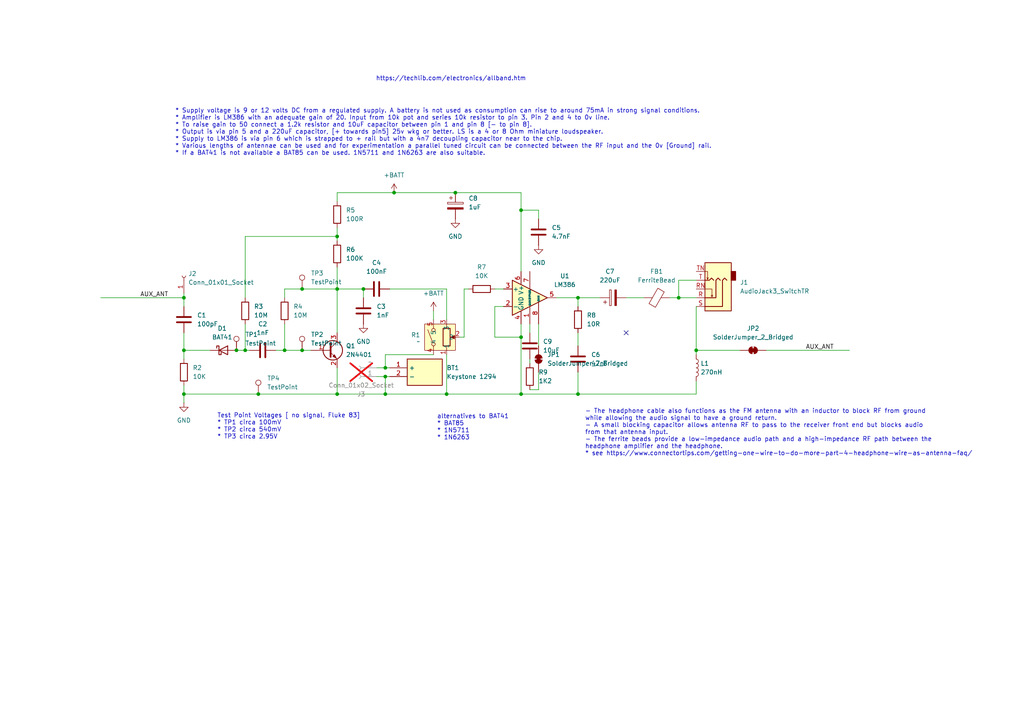
<source format=kicad_sch>
(kicad_sch (version 20231120) (generator "eeschema") (generator_version "8.0")
  (paper "A4")
  (lib_symbols
    (symbol "Amplifier_Audio:LM386" (pin_names (offset 0.127))
      (property "Reference" "U" (at 1.27 7.62 0))
      (property "Value" "LM386" (at 1.27 5.08 0))
      (symbol "LM386_0_1"
        (polyline (pts (xy 5.08 0) (xy -5.08 5.08) (xy -5.08 -5.08) (xy 5.08 0)) (stroke (width 0.254)) (fill (type background)))
      )
      (symbol "LM386_1_1"
        (pin input line (at 0 -7.62 90) (length 5.08) (name "GAIN") (number "1"))
        (pin input line (at -7.62 -2.54 0) (length 2.54) (name "-") (number "2"))
        (pin input line (at -7.62 2.54 0) (length 2.54) (name "+") (number "3"))
        (pin power_in line (at -2.54 -7.62 90) (length 3.81) (name "GND") (number "4"))
        (pin output line (at 7.62 0 180) (length 2.54) (name "~") (number "5"))
        (pin power_in line (at -2.54 7.62 270) (length 3.81) (name "V+") (number "6"))
        (pin input line (at 0 7.62 270) (length 5.08) (name "BYPASS") (number "7"))
        (pin input line (at 2.54 -7.62 90) (length 6.35) (name "GAIN") (number "8"))
      )
    )
    (symbol "Connector:Conn_01x01_Socket" (pin_names (offset 1.016) hide)
      (property "Reference" "J" (at 0 2.54 0))
      (property "Value" "Conn_01x01_Socket" (at 0 -2.54 0))
      (symbol "Conn_01x01_Socket_1_1"
        (polyline (pts (xy -1.27 0) (xy -0.508 0)) (stroke (width 0.1524)))
        (arc (start 0 0.508) (mid -0.5058 0) (end 0 -0.508) (stroke (width 0.1524)))
        (pin passive line (at -5.08 0 0) (length 3.81) (name "Pin_1") (number "1"))
      )
    )
    (symbol "Connector:Conn_01x02_Socket" (pin_names (offset 1.016) hide)
      (property "Reference" "J" (at 0 2.54 0))
      (property "Value" "Conn_01x02_Socket" (at 0 -5.08 0))
      (symbol "Conn_01x02_Socket_1_1"
        (arc (start 0 -2.032) (mid -0.5058 -2.54) (end 0 -3.048) (stroke (width 0.1524)))
        (polyline (pts (xy -1.27 -2.54) (xy -0.508 -2.54)) (stroke (width 0.1524)))
        (polyline (pts (xy -1.27 0) (xy -0.508 0)) (stroke (width 0.1524)))
        (arc (start 0 0.508) (mid -0.5058 0) (end 0 -0.508) (stroke (width 0.1524)))
        (pin passive line (at -5.08 0 0) (length 3.81) (name "Pin_1") (number "1"))
        (pin passive line (at -5.08 -2.54 0) (length 3.81) (name "Pin_2") (number "2"))
      )
    )
    (symbol "Connector:TestPoint" (pin_numbers hide) (pin_names (offset 0.762) hide)
      (property "Reference" "TP" (at 0 6.858 0))
      (property "Value" "TestPoint" (at 0 5.08 0))
      (symbol "TestPoint_0_1"
        (circle (center 0 3.302) (radius 0.762))
      )
      (symbol "TestPoint_1_1"
        (pin passive line (at 0 0 90) (length 2.54) (name "1") (number "1"))
      )
    )
    (symbol "Connector_Audio:AudioJack3_SwitchTR"
      (property "Reference" "J" (at 0 8.89 0))
      (property "Value" "AudioJack3_SwitchTR" (at 0 6.35 0))
      (symbol "AudioJack3_SwitchTR_0_1"
        (rectangle (start -5.08 -5.08) (end -6.35 -7.62) (stroke (width 0.254)) (fill (type outline)))
        (polyline (pts (xy 0.508 -0.254) (xy 0.762 -0.762)))
        (polyline (pts (xy 1.778 -5.334) (xy 2.032 -5.842)))
        (polyline (pts (xy 0 -5.08) (xy 0.635 -5.715) (xy 1.27 -5.08) (xy 2.54 -5.08)) (stroke (width 0.254)))
        (polyline (pts (xy 2.54 -7.62) (xy 1.778 -7.62) (xy 1.778 -5.334) (xy 1.524 -5.842)))
        (polyline (pts (xy 2.54 -2.54) (xy 0.508 -2.54) (xy 0.508 -0.254) (xy 0.254 -0.762)))
        (polyline (pts (xy -1.905 -5.08) (xy -1.27 -5.715) (xy -0.635 -5.08) (xy -0.635 0) (xy 2.54 0)) (stroke (width 0.254)))
        (polyline (pts (xy 2.54 2.54) (xy -2.54 2.54) (xy -2.54 -5.08) (xy -3.175 -5.715) (xy -3.81 -5.08)) (stroke (width 0.254)))
        (rectangle (start 2.54 3.81) (end -5.08 -10.16) (stroke (width 0.254)) (fill (type background)))
      )
      (symbol "AudioJack3_SwitchTR_1_1"
        (pin passive line (at 5.08 0 180) (length 2.54) (name "~") (number "R"))
        (pin passive line (at 5.08 -2.54 180) (length 2.54) (name "~") (number "RN"))
        (pin passive line (at 5.08 2.54 180) (length 2.54) (name "~") (number "S"))
        (pin passive line (at 5.08 -5.08 180) (length 2.54) (name "~") (number "T"))
        (pin passive line (at 5.08 -7.62 180) (length 2.54) (name "~") (number "TN"))
      )
    )
    (symbol "Device:C" (pin_numbers hide) (pin_names (offset 0.254))
      (property "Reference" "C" (at 0.635 2.54 0))
      (property "Value" "C" (at 0.635 -2.54 0))
      (symbol "C_0_1"
        (polyline (pts (xy -2.032 -0.762) (xy 2.032 -0.762)) (stroke (width 0.508)))
        (polyline (pts (xy -2.032 0.762) (xy 2.032 0.762)) (stroke (width 0.508)))
      )
      (symbol "C_1_1"
        (pin passive line (at 0 3.81 270) (length 2.794) (name "~") (number "1"))
        (pin passive line (at 0 -3.81 90) (length 2.794) (name "~") (number "2"))
      )
    )
    (symbol "Device:C_Polarized" (pin_numbers hide) (pin_names (offset 0.254))
      (property "Reference" "C" (at 0.635 2.54 0))
      (property "Value" "C_Polarized" (at 0.635 -2.54 0))
      (symbol "C_Polarized_0_1"
        (rectangle (start -2.286 0.508) (end 2.286 1.016))
        (polyline (pts (xy -1.778 2.286) (xy -0.762 2.286)))
        (polyline (pts (xy -1.27 2.794) (xy -1.27 1.778)))
        (rectangle (start 2.286 -0.508) (end -2.286 -1.016) (fill (type outline)))
      )
      (symbol "C_Polarized_1_1"
        (pin passive line (at 0 3.81 270) (length 2.794) (name "~") (number "1"))
        (pin passive line (at 0 -3.81 90) (length 2.794) (name "~") (number "2"))
      )
    )
    (symbol "Device:D_Schottky" (pin_numbers hide) (pin_names (offset 1.016) hide)
      (property "Reference" "D" (at 0 2.54 0))
      (property "Value" "D_Schottky" (at 0 -2.54 0))
      (symbol "D_Schottky_0_1"
        (polyline (pts (xy 1.27 0) (xy -1.27 0)))
        (polyline (pts (xy 1.27 1.27) (xy 1.27 -1.27) (xy -1.27 0) (xy 1.27 1.27)) (stroke (width 0.254)))
        (polyline (pts (xy -1.905 0.635) (xy -1.905 1.27) (xy -1.27 1.27) (xy -1.27 -1.27) (xy -0.635 -1.27) (xy -0.635 -0.635)) (stroke (width 0.254)))
      )
      (symbol "D_Schottky_1_1"
        (pin passive line (at -3.81 0 0) (length 2.54) (name "K") (number "1"))
        (pin passive line (at 3.81 0 180) (length 2.54) (name "A") (number "2"))
      )
    )
    (symbol "Device:FerriteBead" (pin_numbers hide) (pin_names (offset 0))
      (property "Reference" "FB" (at -3.81 0.635 90))
      (property "Value" "FerriteBead" (at 3.81 0 90))
      (symbol "FerriteBead_0_1"
        (polyline (pts (xy 0 -1.27) (xy 0 -1.2192)))
        (polyline (pts (xy 0 1.27) (xy 0 1.2954)))
        (polyline (pts (xy -2.7686 0.4064) (xy -1.7018 2.2606) (xy 2.7686 -0.3048) (xy 1.6764 -2.159) (xy -2.7686 0.4064)))
      )
      (symbol "FerriteBead_1_1"
        (pin passive line (at 0 3.81 270) (length 2.54) (name "~") (number "1"))
        (pin passive line (at 0 -3.81 90) (length 2.54) (name "~") (number "2"))
      )
    )
    (symbol "Device:L" (pin_numbers hide) (pin_names (offset 1.016) hide)
      (property "Reference" "L" (at -1.27 0 90))
      (property "Value" "L" (at 1.905 0 90))
      (symbol "L_0_1"
        (arc (start 0 -2.54) (mid 0.6323 -1.905) (end 0 -1.27))
        (arc (start 0 -1.27) (mid 0.6323 -0.635) (end 0 0))
        (arc (start 0 0) (mid 0.6323 0.635) (end 0 1.27))
        (arc (start 0 1.27) (mid 0.6323 1.905) (end 0 2.54))
      )
      (symbol "L_1_1"
        (pin passive line (at 0 3.81 270) (length 1.27) (name "1") (number "1"))
        (pin passive line (at 0 -3.81 90) (length 1.27) (name "2") (number "2"))
      )
    )
    (symbol "Device:Q_NPN_BEC" (pin_names (offset 0) hide)
      (property "Reference" "Q" (at 5.08 1.27 0))
      (property "Value" "Q_NPN_BEC" (at 5.08 -1.27 0))
      (symbol "Q_NPN_BEC_0_1"
        (polyline (pts (xy 0.635 0.635) (xy 2.54 2.54)))
        (polyline (pts (xy 0.635 -0.635) (xy 2.54 -2.54) (xy 2.54 -2.54)))
        (polyline (pts (xy 0.635 1.905) (xy 0.635 -1.905) (xy 0.635 -1.905)) (stroke (width 0.508)))
        (polyline (pts (xy 1.27 -1.778) (xy 1.778 -1.27) (xy 2.286 -2.286) (xy 1.27 -1.778) (xy 1.27 -1.778)) (fill (type outline)))
        (circle (center 1.27 0) (radius 2.8194) (stroke (width 0.254)))
      )
      (symbol "Q_NPN_BEC_1_1"
        (pin input line (at -5.08 0 0) (length 5.715) (name "B") (number "1"))
        (pin passive line (at 2.54 -5.08 90) (length 2.54) (name "E") (number "2"))
        (pin passive line (at 2.54 5.08 270) (length 2.54) (name "C") (number "3"))
      )
    )
    (symbol "Device:R" (pin_numbers hide) (pin_names (offset 0))
      (property "Reference" "R" (at 2.032 0 90))
      (property "Value" "R" (at 0 0 90))
      (symbol "R_0_1"
        (rectangle (start -1.016 -2.54) (end 1.016 2.54) (stroke (width 0.254)))
      )
      (symbol "R_1_1"
        (pin passive line (at 0 3.81 270) (length 1.27) (name "~") (number "1"))
        (pin passive line (at 0 -3.81 90) (length 1.27) (name "~") (number "2"))
      )
    )
    (symbol "Jumper:SolderJumper_2_Bridged" (pin_numbers hide) (pin_names (offset 0) hide) (exclude_from_sim yes) (in_bom no)
      (property "Reference" "JP" (at 0 2.032 0))
      (property "Value" "SolderJumper_2_Bridged" (at 0 -2.54 0))
      (symbol "SolderJumper_2_Bridged_0_1"
        (rectangle (start -0.508 0.508) (end 0.508 -0.508) (fill (type outline)))
        (arc (start -0.254 1.016) (mid -1.2656 0) (end -0.254 -1.016))
        (arc (start -0.254 1.016) (mid -1.2656 0) (end -0.254 -1.016) (fill (type outline)))
        (polyline (pts (xy -0.254 1.016) (xy -0.254 -1.016)))
        (polyline (pts (xy 0.254 1.016) (xy 0.254 -1.016)))
        (arc (start 0.254 -1.016) (mid 1.2656 0) (end 0.254 1.016))
        (arc (start 0.254 -1.016) (mid 1.2656 0) (end 0.254 1.016) (fill (type outline)))
      )
      (symbol "SolderJumper_2_Bridged_1_1"
        (pin passive line (at -3.81 0 0) (length 2.54) (name "A") (number "1"))
        (pin passive line (at 3.81 0 180) (length 2.54) (name "B") (number "2"))
      )
    )
    (symbol "easyeda2kicad:Keystone 1294"
      (property "Reference" "BT" (at 16.51 7.62 0))
      (property "Value" "Keystone 1294" (at 16.51 5.08 0))
      (symbol "Keystone 1294_1_1"
        (rectangle (start 5.08 2.54) (end 15.24 -5.08) (stroke (width 0.254)) (fill (type background)))
        (pin passive line (at 0 0 0) (length 5.08) (name "+") (number "1"))
        (pin passive line (at 0 -2.54 0) (length 5.08) (name "-") (number "2"))
      )
    )
    (symbol "easyeda2kicad:P031S"
      (property "Reference" "R" (at 0 0.762 0))
      (symbol "P031S_0_1"
        (circle (center -0.762 -2.54) (radius 0.508))
        (polyline (pts (xy -2.54 -6.35) (xy -1.27 -6.35)))
        (polyline (pts (xy -0.254 -2.286) (xy 3.429 -0.889)))
        (polyline (pts (xy 1.27 -8.89) (xy 1.27 -7.874)))
        (polyline (pts (xy 5.08 -6.35) (xy 3.81 -6.35)))
        (polyline (pts (xy 1.27 -7.493) (xy 1.778 -8.636) (xy 0.762 -8.636) (xy 1.27 -7.493)) (fill (type outline)))
        (circle (center 3.302 -2.54) (radius 0.508))
        (rectangle (start 3.81 -5.334) (end -1.27 -7.366) (stroke (width 0.254)))
      )
      (symbol "P031S_1_1"
        (rectangle (start -2.54 0) (end 5.08 -8.89) (fill (type background)))
        (pin passive line (at -3.81 -6.35 0) (length 1.27) (name "1") (number "1"))
        (pin passive line (at 1.27 -10.16 90) (length 1.27) (name "2") (number "2"))
        (pin passive line (at 6.35 -6.35 180) (length 1.27) (name "3") (number "3"))
        (pin passive line (at -3.81 -2.54 0) (length 2.54) (name "4") (number "4"))
        (pin passive line (at 6.35 -2.54 180) (length 2.54) (name "5") (number "5"))
      )
    )
    (symbol "power:+BATT" (power) (pin_names (offset 0))
      (property "Value" "+BATT" (at 0 3.556 0))
      (symbol "+BATT_0_1"
        (polyline (pts (xy -0.762 1.27) (xy 0 2.54)))
        (polyline (pts (xy 0 0) (xy 0 2.54)))
        (polyline (pts (xy 0 2.54) (xy 0.762 1.27)))
      )
      (symbol "+BATT_1_1"
        (pin power_in line (at 0 0 90) (length 0) hide (name "+BATT") (number "1"))
      )
    )
    (symbol "power:GND" (power) (pin_numbers hide) (pin_names (offset 0) hide)
      (property "Value" "GND" (at 0 -3.81 0))
      (symbol "GND_0_1"
        (polyline (pts (xy 0 0) (xy 0 -1.27) (xy 1.27 -1.27) (xy 0 -2.54) (xy -1.27 -1.27) (xy 0 -1.27)))
      )
      (symbol "GND_1_1"
        (pin power_in line (at 0 0 270) (length 0) (name "~") (number "1"))
      )
    )
  )
  (junction (at 167.64 114.3))
  (junction (at 201.93 101.6))
  (junction (at 53.34 86.36))
  (junction (at 87.63 101.6))
  (junction (at 53.34 114.3))
  (junction (at 167.64 86.36))
  (junction (at 97.79 114.3))
  (junction (at 111.76 109.22))
  (junction (at 68.58 101.6))
  (junction (at 111.76 114.3))
  (junction (at 151.13 60.96))
  (junction (at 74.93 114.3))
  (junction (at 196.85 86.36))
  (junction (at 71.12 101.6))
  (junction (at 105.41 83.82))
  (junction (at 82.55 101.6))
  (junction (at 97.79 68.58))
  (junction (at 151.13 114.3))
  (junction (at 97.79 83.82))
  (junction (at 151.13 97.79))
  (junction (at 132.08 55.88))
  (junction (at 114.3 55.88))
  (junction (at 129.54 114.3))
  (junction (at 87.63 83.82))
  (junction (at 53.34 101.6))
  (junction (at 111.76 106.68))
  (no_connect (at 181.61 96.52))
  (wire (pts (xy 129.54 102.87) (xy 129.54 114.3)))
  (wire (pts (xy 87.63 83.82) (xy 82.55 83.82)))
  (wire (pts (xy 111.76 109.22) (xy 113.03 109.22)))
  (wire (pts (xy 167.64 107.95) (xy 167.64 114.3)))
  (wire (pts (xy 53.34 101.6) (xy 60.96 101.6)))
  (wire (pts (xy 111.76 114.3) (xy 129.54 114.3)))
  (wire (pts (xy 143.51 88.9) (xy 143.51 97.79)))
  (wire (pts (xy 143.51 97.79) (xy 151.13 97.79)))
  (wire (pts (xy 156.21 60.96) (xy 151.13 60.96)))
  (wire (pts (xy 97.79 106.68) (xy 97.79 114.3)))
  (wire (pts (xy 53.34 114.3) (xy 53.34 116.84)))
  (wire (pts (xy 97.79 114.3) (xy 74.93 114.3)))
  (wire (pts (xy 71.12 93.98) (xy 71.12 101.6)))
  (wire (pts (xy 29.21 86.36) (xy 53.34 86.36)))
  (wire (pts (xy 196.85 86.36) (xy 196.85 81.28)))
  (wire (pts (xy 194.31 86.36) (xy 196.85 86.36)))
  (wire (pts (xy 201.93 88.9) (xy 201.93 101.6)))
  (wire (pts (xy 151.13 97.79) (xy 151.13 114.3)))
  (wire (pts (xy 71.12 86.36) (xy 71.12 68.58)))
  (wire (pts (xy 109.22 106.68) (xy 111.76 106.68)))
  (wire (pts (xy 111.76 106.68) (xy 113.03 106.68)))
  (wire (pts (xy 82.55 83.82) (xy 82.55 86.36)))
  (wire (pts (xy 196.85 86.36) (xy 201.93 86.36)))
  (wire (pts (xy 74.93 114.3) (xy 53.34 114.3)))
  (wire (pts (xy 181.61 86.36) (xy 186.69 86.36)))
  (wire (pts (xy 71.12 101.6) (xy 72.39 101.6)))
  (wire (pts (xy 156.21 63.5) (xy 156.21 60.96)))
  (wire (pts (xy 125.73 90.17) (xy 125.73 92.71)))
  (wire (pts (xy 113.03 83.82) (xy 129.54 83.82)))
  (wire (pts (xy 151.13 60.96) (xy 151.13 55.88)))
  (wire (pts (xy 167.64 96.52) (xy 167.64 100.33)))
  (wire (pts (xy 105.41 86.36) (xy 105.41 83.82)))
  (wire (pts (xy 222.25 101.6) (xy 246.38 101.6)))
  (wire (pts (xy 53.34 86.36) (xy 53.34 88.9)))
  (wire (pts (xy 134.62 83.82) (xy 134.62 97.79)))
  (wire (pts (xy 71.12 68.58) (xy 97.79 68.58)))
  (wire (pts (xy 151.13 55.88) (xy 132.08 55.88)))
  (wire (pts (xy 97.79 55.88) (xy 97.79 58.42)))
  (wire (pts (xy 151.13 78.74) (xy 151.13 60.96)))
  (wire (pts (xy 111.76 106.68) (xy 111.76 102.87)))
  (wire (pts (xy 87.63 101.6) (xy 90.17 101.6)))
  (wire (pts (xy 114.3 55.88) (xy 97.79 55.88)))
  (wire (pts (xy 80.01 101.6) (xy 82.55 101.6)))
  (wire (pts (xy 134.62 97.79) (xy 133.35 97.79)))
  (wire (pts (xy 151.13 93.98) (xy 151.13 97.79)))
  (wire (pts (xy 82.55 93.98) (xy 82.55 101.6)))
  (wire (pts (xy 97.79 96.52) (xy 97.79 83.82)))
  (wire (pts (xy 82.55 101.6) (xy 87.63 101.6)))
  (wire (pts (xy 167.64 86.36) (xy 173.99 86.36)))
  (wire (pts (xy 53.34 96.52) (xy 53.34 101.6)))
  (wire (pts (xy 111.76 102.87) (xy 125.73 102.87)))
  (wire (pts (xy 53.34 111.76) (xy 53.34 114.3)))
  (wire (pts (xy 97.79 68.58) (xy 97.79 69.85)))
  (wire (pts (xy 167.64 86.36) (xy 167.64 88.9)))
  (wire (pts (xy 97.79 66.04) (xy 97.79 68.58)))
  (wire (pts (xy 97.79 77.47) (xy 97.79 83.82)))
  (wire (pts (xy 143.51 83.82) (xy 146.05 83.82)))
  (wire (pts (xy 153.67 93.98) (xy 153.67 96.52)))
  (wire (pts (xy 129.54 114.3) (xy 151.13 114.3)))
  (wire (pts (xy 68.58 101.6) (xy 71.12 101.6)))
  (wire (pts (xy 156.21 107.95) (xy 156.21 113.03)))
  (wire (pts (xy 161.29 86.36) (xy 167.64 86.36)))
  (wire (pts (xy 196.85 81.28) (xy 201.93 81.28)))
  (wire (pts (xy 201.93 101.6) (xy 214.63 101.6)))
  (wire (pts (xy 167.64 114.3) (xy 201.93 114.3)))
  (wire (pts (xy 97.79 114.3) (xy 111.76 114.3)))
  (wire (pts (xy 156.21 113.03) (xy 153.67 113.03)))
  (wire (pts (xy 53.34 101.6) (xy 53.34 104.14)))
  (wire (pts (xy 109.22 109.22) (xy 111.76 109.22)))
  (wire (pts (xy 132.08 55.88) (xy 114.3 55.88)))
  (wire (pts (xy 201.93 101.6) (xy 201.93 102.87)))
  (wire (pts (xy 201.93 110.49) (xy 201.93 114.3)))
  (wire (pts (xy 153.67 104.14) (xy 153.67 105.41)))
  (wire (pts (xy 156.21 93.98) (xy 156.21 100.33)))
  (wire (pts (xy 105.41 83.82) (xy 97.79 83.82)))
  (wire (pts (xy 111.76 109.22) (xy 111.76 114.3)))
  (wire (pts (xy 167.64 114.3) (xy 151.13 114.3)))
  (wire (pts (xy 129.54 83.82) (xy 129.54 92.71)))
  (wire (pts (xy 53.34 85.09) (xy 53.34 86.36)))
  (wire (pts (xy 97.79 83.82) (xy 87.63 83.82)))
  (wire (pts (xy 135.89 83.82) (xy 134.62 83.82)))
  (wire (pts (xy 146.05 88.9) (xy 143.51 88.9)))
  (text "﻿alternatives to BAT41 \n* BAT85 \n* 1N5711\n* 1N6263" (at 126.746 123.952 0) (effects (font (size 1.27 1.27)) (justify left)))
  (text "* Supply voltage is 9 or 12 volts DC from a regulated supply. A battery is not used as consumption can rise to around 75mA in strong signal conditions.\n* Amplifier is LM386 with an adequate gain of 20. Input from 10k pot and series 10k resistor to pin 3. Pin 2 and 4 to 0v line.\n* To raise gain to 50 connect a 1.2k resistor and 10uF capacitor between pin 1 and pin 8 [- to pin 8]. \n* Output is via pin 5 and a 220uF capacitor, [+ towards pin5] 25v wkg or better. LS is a 4 or 8 Ohm miniature loudspeaker.\n* Supply to LM386 is via pin 6 which is strapped to + rail but with a 4n7 decoupling capacitor near to the chip.\n* Various lengths of antennae can be used and for experimentation a parallel tuned circuit can be connected between the RF input and the 0v [Ground] rail.\n* If a BAT41 is not available a BAT85 can be used. 1N5711 and 1N6263 are also suitable." (at 50.8 38.354 0) (effects (font (size 1.27 1.27)) (justify left)))
  (text "﻿Test Point Voltages [ no signal, Fluke 83]\n* TP1 circa 100mV\n* TP2 circa 540mV\n* TP3 circa 2.95V" (at 62.992 123.698 0) (effects (font (size 1.27 1.27)) (justify left)))
  (text "https://techlib.com/electronics/allband.htm" (at 130.81 22.86 0) (effects (font (size 1.27 1.27))))
  (text "- The headphone cable also functions as the FM antenna with an inductor to block RF from ground\nwhile allowing the audio signal to have a ground return. \n- A small blocking capacitor allows antenna RF to pass to the receiver front end but blocks audio\nfrom that antenna input. \n- The ferrite beads provide a low-impedance audio path and a high-impedance RF path between the\nheadphone amplifier and the headphone.\n* see https://www.connectortips.com/getting-one-wire-to-do-more-part-4-headphone-wire-as-antenna-faq/" (at 169.672 125.476 0) (effects (font (size 1.27 1.27)) (justify left)))
  (label "AUX_ANT" (at 40.64 86.36 0))
  (label "AUX_ANT" (at 233.68 101.6 0))
  (symbol (lib_id "Device:R") (at 97.79 62.23 0) (unit 1)
    (property "Reference" "R5" (at 100.33 60.9599 0) (effects (justify left)))
    (property "Value" "100R" (at 100.33 63.4999 0) (effects (justify left)))
    (property "Footprint" "Resistor_SMD:R_0805_2012Metric_Pad1.20x1.40mm_HandSolder" (effects (hide yes)))
    (property "Description" "Resistor" (effects (hide yes)))
  )
  (symbol (lib_id "Device:R") (at 167.64 92.71 0) (unit 1)
    (property "Reference" "R8" (at 170.18 91.4399 0) (effects (justify left)))
    (property "Value" "10R" (at 170.18 93.9799 0) (effects (justify left)))
    (property "Footprint" "Resistor_SMD:R_0805_2012Metric_Pad1.20x1.40mm_HandSolder" (effects (hide yes)))
    (property "Description" "Resistor" (effects (hide yes)))
  )
  (symbol (lib_id "Connector:TestPoint") (at 68.58 101.6 0) (unit 1)
    (property "Reference" "TP1" (at 71.12 97.0279 0) (effects (justify left)))
    (property "Value" "TestPoint" (at 71.12 99.5679 0) (effects (justify left)))
    (property "Footprint" "TestPoint:TestPoint_Pad_D1.5mm" (effects (hide yes)))
    (property "Description" "test point" (effects (hide yes)))
  )
  (symbol (lib_id "power:GND") (at 156.21 71.12 0) (unit 1)
    (property "Reference" "#PWR03" (effects (hide yes)))
    (property "Value" "GND" (at 156.21 76.2 0))
    (property "Description" "Power symbol creates a global label with name \"GND\" , ground" (effects (hide yes)))
  )
  (symbol (lib_id "easyeda2kicad:Keystone 1294") (at 113.03 106.68 0) (unit 1)
    (property "Reference" "BT1" (at 129.54 106.6799 0) (effects (justify left)))
    (property "Value" "Keystone 1294" (at 129.54 109.2199 0) (effects (justify left)))
    (property "Footprint" "easyeda2kicad:keystone 1294" (effects (hide yes)))
    (property "Datasheet" "https://www.keyelco.com/userAssets/file/m70p37.pdf" (effects (hide yes)))
    (property "Description" "KEYSTONE - 1294 - Battery Holder, PP3 (9V) x 1, Through Hole" (effects (hide yes)))
    (property "Height" "20.57" (effects (hide yes)))
    (property "Mouser Part Number" "534-1294" (effects (hide yes)))
    (property "Mouser Price/Stock" "https://www.mouser.co.uk/ProductDetail/Keystone-Electronics/1294?qs=1rIBfDHV7icxIOOxZGnXMA%3D%3D" (effects (hide yes)))
    (property "Manufacturer_Name" "Keystone Electronics" (effects (hide yes)))
    (property "Manufacturer_Part_Number" "1294" (effects (hide yes)))
  )
  (symbol (lib_id "Device:R") (at 53.34 107.95 0) (unit 1)
    (property "Reference" "R2" (at 55.88 106.6799 0) (effects (justify left)))
    (property "Value" "10K" (at 55.88 109.2199 0) (effects (justify left)))
    (property "Footprint" "Resistor_SMD:R_0805_2012Metric_Pad1.20x1.40mm_HandSolder" (effects (hide yes)))
    (property "Description" "Resistor" (effects (hide yes)))
  )
  (symbol (lib_id "Connector:TestPoint") (at 74.93 114.3 0) (unit 1)
    (property "Reference" "TP4" (at 77.47 109.7279 0) (effects (justify left)))
    (property "Value" "TestPoint" (at 77.47 112.2679 0) (effects (justify left)))
    (property "Footprint" "TestPoint:TestPoint_Pad_2.0x2.0mm" (effects (hide yes)))
    (property "Description" "test point" (effects (hide yes)))
  )
  (symbol (lib_id "Device:R") (at 82.55 90.17 0) (unit 1)
    (property "Reference" "R4" (at 85.09 88.8999 0) (effects (justify left)))
    (property "Value" "10M" (at 85.09 91.4399 0) (effects (justify left)))
    (property "Footprint" "Resistor_SMD:R_0805_2012Metric_Pad1.20x1.40mm_HandSolder" (effects (hide yes)))
    (property "Description" "Resistor" (effects (hide yes)))
  )
  (symbol (lib_id "Device:L") (at 201.93 106.68 0) (unit 1)
    (property "Reference" "L1" (at 203.2 105.4099 0) (effects (justify left)))
    (property "Value" "270nH" (at 203.2 107.9499 0) (effects (justify left)))
    (property "Footprint" "Inductor_SMD:L_0805_2012Metric_Pad1.15x1.40mm_HandSolder" (effects (hide yes)))
    (property "Description" "Inductor" (effects (hide yes)))
  )
  (symbol (lib_id "Amplifier_Audio:LM386") (at 153.67 86.36 0) (unit 1)
    (property "Reference" "U1" (at 163.83 80.0414 0))
    (property "Value" "LM386" (at 163.83 82.5814 0))
    (property "Footprint" "Package_SO:SOIC-8_3.9x4.9mm_P1.27mm" (effects (hide yes)))
    (property "Datasheet" "http://www.ti.com/lit/ds/symlink/lm386.pdf" (effects (hide yes)))
    (property "Description" "Low Voltage Audio Power Amplifier, DIP-8/SOIC-8/SSOP-8" (effects (hide yes)))
  )
  (symbol (lib_id "Connector:TestPoint") (at 87.63 83.82 0) (unit 1)
    (property "Reference" "TP3" (at 90.17 79.2479 0) (effects (justify left)))
    (property "Value" "TestPoint" (at 90.17 81.7879 0) (effects (justify left)))
    (property "Footprint" "TestPoint:TestPoint_Pad_D1.5mm" (effects (hide yes)))
    (property "Description" "test point" (effects (hide yes)))
  )
  (symbol (lib_id "Device:FerriteBead") (at 190.5 86.36 90) (unit 1)
    (property "Reference" "FB1" (at 190.4492 78.74 90))
    (property "Value" "FerriteBead" (at 190.4492 81.28 90))
    (property "Footprint" "Inductor_SMD:L_0805_2012Metric_Pad1.15x1.40mm_HandSolder" (effects (hide yes)))
    (property "Description" "Ferrite bead" (effects (hide yes)))
  )
  (symbol (lib_id "power:+BATT") (at 125.73 90.17 0) (unit 1)
    (property "Reference" "#PWR05" (effects (hide yes)))
    (property "Value" "+BATT" (at 125.73 85.09 0))
  )
  (symbol (lib_id "Jumper:SolderJumper_2_Bridged") (at 156.21 104.14 90) (unit 1) (exclude_from_sim yes) (in_bom no)
    (property "Reference" "JP1" (at 158.75 102.8699 90) (effects (justify right)))
    (property "Value" "SolderJumper_2_Bridged" (at 158.75 105.4099 90) (effects (justify right)))
    (property "Footprint" "Jumper:SolderJumper-2_P1.3mm_Bridged_RoundedPad1.0x1.5mm" (effects (hide yes)))
    (property "Description" "Solder Jumper, 2-pole, closed/bridged" (effects (hide yes)))
  )
  (symbol (lib_id "Device:R") (at 97.79 73.66 0) (unit 1)
    (property "Reference" "R6" (at 100.33 72.3899 0) (effects (justify left)))
    (property "Value" "100K" (at 100.33 74.9299 0) (effects (justify left)))
    (property "Footprint" "Resistor_SMD:R_0805_2012Metric_Pad1.20x1.40mm_HandSolder" (effects (hide yes)))
    (property "Description" "Resistor" (effects (hide yes)))
  )
  (symbol (lib_id "Connector_Audio:AudioJack3_SwitchTR") (at 207.01 86.36 180) (unit 1)
    (property "Reference" "J1" (at 214.63 81.9149 0) (effects (justify right)))
    (property "Value" "AudioJack3_SwitchTR" (at 214.63 84.4549 0) (effects (justify right)))
    (property "Footprint" "Connector_Audio:Jack_3.5mm_CUI_SJ1-3525N_Horizontal" (effects (hide yes)))
    (property "Description" "Audio Jack, 3 Poles (Stereo / TRS), Switched TR Poles (Normalling)" (effects (hide yes)))
  )
  (symbol (lib_id "Device:R") (at 153.67 109.22 0) (unit 1)
    (property "Reference" "R9" (at 156.21 107.9499 0) (effects (justify left)))
    (property "Value" "1K2" (at 156.21 110.4899 0) (effects (justify left)))
    (property "Footprint" "Resistor_SMD:R_0805_2012Metric_Pad1.20x1.40mm_HandSolder" (effects (hide yes)))
    (property "Description" "Resistor" (effects (hide yes)))
  )
  (symbol (lib_id "Device:C") (at 76.2 101.6 90) (unit 1)
    (property "Reference" "C2" (at 76.2 93.98 90))
    (property "Value" "1nF" (at 76.2 96.52 90))
    (property "Footprint" "Capacitor_SMD:C_0805_2012Metric_Pad1.18x1.45mm_HandSolder" (effects (hide yes)))
    (property "Description" "Unpolarized capacitor" (effects (hide yes)))
  )
  (symbol (lib_id "Device:C") (at 53.34 92.71 0) (unit 1)
    (property "Reference" "C1" (at 57.15 91.4399 0) (effects (justify left)))
    (property "Value" "100pF" (at 57.15 93.9799 0) (effects (justify left)))
    (property "Footprint" "Capacitor_SMD:C_0805_2012Metric_Pad1.18x1.45mm_HandSolder" (effects (hide yes)))
    (property "Description" "Unpolarized capacitor" (effects (hide yes)))
  )
  (symbol (lib_id "Connector:TestPoint") (at 87.63 101.6 0) (unit 1)
    (property "Reference" "TP2" (at 90.17 97.0279 0) (effects (justify left)))
    (property "Value" "TestPoint" (at 90.17 99.5679 0) (effects (justify left)))
    (property "Footprint" "TestPoint:TestPoint_Pad_D1.5mm" (effects (hide yes)))
    (property "Description" "test point" (effects (hide yes)))
  )
  (symbol (lib_id "Device:R") (at 139.7 83.82 90) (unit 1)
    (property "Reference" "R7" (at 139.7 77.47 90))
    (property "Value" "10K" (at 139.7 80.01 90))
    (property "Footprint" "Resistor_SMD:R_0805_2012Metric_Pad1.20x1.40mm_HandSolder" (effects (hide yes)))
    (property "Description" "Resistor" (effects (hide yes)))
  )
  (symbol (lib_id "easyeda2kicad:P031S") (at 123.19 99.06 90) (unit 1)
    (property "Reference" "R1" (at 121.92 97.1549 90) (effects (justify left)))
    (property "Value" "~" (at 121.92 99.06 90) (effects (justify left)))
    (property "Footprint" "easyeda2kicad:P091S-QC15BR" (effects (hide yes)))
    (property "Datasheet" "https://www.lcsc.com/datasheet/lcsc_datasheet_2311142111_TT-Electronics-P091S-EC20BR50K_C17372788.pdf" (effects (hide yes)))
    (property "Description" "THroughhole Potentiometers with switch" (effects (hide yes)))
  )
  (symbol (lib_id "Device:C") (at 167.64 104.14 180) (unit 1)
    (property "Reference" "C6" (at 171.45 102.8699 0) (effects (justify right)))
    (property "Value" "47nF" (at 171.45 105.4099 0) (effects (justify right)))
    (property "Footprint" "Capacitor_SMD:C_0805_2012Metric_Pad1.18x1.45mm_HandSolder" (effects (hide yes)))
    (property "Description" "Unpolarized capacitor" (effects (hide yes)))
  )
  (symbol (lib_id "power:GND") (at 53.34 116.84 0) (unit 1)
    (property "Reference" "#PWR01" (effects (hide yes)))
    (property "Value" "GND" (at 53.34 121.92 0))
    (property "Description" "Power symbol creates a global label with name \"GND\" , ground" (effects (hide yes)))
  )
  (symbol (lib_id "Device:C") (at 105.41 90.17 0) (unit 1)
    (property "Reference" "C3" (at 109.22 88.8999 0) (effects (justify left)))
    (property "Value" "1nF" (at 109.22 91.4399 0) (effects (justify left)))
    (property "Footprint" "Capacitor_SMD:C_0805_2012Metric_Pad1.18x1.45mm_HandSolder" (effects (hide yes)))
    (property "Description" "Unpolarized capacitor" (effects (hide yes)))
  )
  (symbol (lib_id "power:GND") (at 105.41 93.98 0) (unit 1)
    (property "Reference" "#PWR02" (effects (hide yes)))
    (property "Value" "GND" (at 105.41 99.06 0))
    (property "Description" "Power symbol creates a global label with name \"GND\" , ground" (effects (hide yes)))
  )
  (symbol (lib_id "power:GND") (at 132.08 63.5 0) (unit 1)
    (property "Reference" "#PWR04" (effects (hide yes)))
    (property "Value" "GND" (at 132.08 68.58 0))
    (property "Description" "Power symbol creates a global label with name \"GND\" , ground" (effects (hide yes)))
  )
  (symbol (lib_id "Connector:Conn_01x02_Socket") (at 104.14 109.22 180) (unit 1) (dnp yes)
    (property "Reference" "J3" (at 104.775 114.3 0))
    (property "Value" "Conn_01x02_Socket" (at 104.775 111.76 0))
    (property "Footprint" "Connector_PinSocket_2.54mm:PinSocket_1x02_P2.54mm_Vertical" (effects (hide yes)))
    (property "Description" "Generic connector, single row, 01x02, script generated" (effects (hide yes)))
  )
  (symbol (lib_id "Device:R") (at 71.12 90.17 0) (unit 1)
    (property "Reference" "R3" (at 73.66 88.8999 0) (effects (justify left)))
    (property "Value" "10M" (at 73.66 91.4399 0) (effects (justify left)))
    (property "Footprint" "Resistor_SMD:R_0805_2012Metric_Pad1.20x1.40mm_HandSolder" (effects (hide yes)))
    (property "Description" "Resistor" (effects (hide yes)))
  )
  (symbol (lib_id "Device:C_Polarized") (at 132.08 59.69 0) (unit 1)
    (property "Reference" "C8" (at 135.89 57.5309 0) (effects (justify left)))
    (property "Value" "1uF" (at 135.89 60.0709 0) (effects (justify left)))
    (property "Footprint" "Capacitor_SMD:CP_Elec_4x5.3" (effects (hide yes)))
    (property "Description" "Polarized capacitor" (effects (hide yes)))
  )
  (symbol (lib_id "Connector:Conn_01x01_Socket") (at 53.34 80.01 90) (unit 1)
    (property "Reference" "J2" (at 54.61 79.3749 90) (effects (justify right)))
    (property "Value" "Conn_01x01_Socket" (at 54.61 81.9149 90) (effects (justify right)))
    (property "Footprint" "Connector_Wire:SolderWire-0.5sqmm_1x01_D0.9mm_OD2.1mm" (effects (hide yes)))
    (property "Description" "Generic connector, single row, 01x01, script generated" (effects (hide yes)))
  )
  (symbol (lib_id "power:+BATT") (at 114.3 55.88 0) (unit 1)
    (property "Reference" "#PWR07" (effects (hide yes)))
    (property "Value" "+BATT" (at 114.3 50.8 0))
  )
  (symbol (lib_id "Device:C") (at 156.21 67.31 180) (unit 1)
    (property "Reference" "C5" (at 160.02 66.0399 0) (effects (justify right)))
    (property "Value" "4.7nF" (at 160.02 68.5799 0) (effects (justify right)))
    (property "Footprint" "Capacitor_SMD:C_0805_2012Metric_Pad1.18x1.45mm_HandSolder" (effects (hide yes)))
    (property "Description" "Unpolarized capacitor" (effects (hide yes)))
  )
  (symbol (lib_id "Device:C") (at 153.67 100.33 180) (unit 1)
    (property "Reference" "C9" (at 157.48 99.0599 0) (effects (justify right)))
    (property "Value" "10uF" (at 157.48 101.5999 0) (effects (justify right)))
    (property "Footprint" "Capacitor_SMD:C_0805_2012Metric_Pad1.18x1.45mm_HandSolder" (effects (hide yes)))
    (property "Description" "Unpolarized capacitor" (effects (hide yes)))
  )
  (symbol (lib_id "Device:D_Schottky") (at 64.77 101.6 0) (unit 1)
    (property "Reference" "D1" (at 64.4525 95.25 0))
    (property "Value" "BAT41" (at 64.4525 97.79 0))
    (property "Footprint" "Diode_SMD:D_SOD-123" (effects (hide yes)))
    (property "Description" "Schottky diode" (effects (hide yes)))
  )
  (symbol (lib_id "Device:Q_NPN_BEC") (at 95.25 101.6 0) (unit 1)
    (property "Reference" "Q1" (at 100.33 100.3299 0) (effects (justify left)))
    (property "Value" "2N4401" (at 100.33 102.8699 0) (effects (justify left)))
    (property "Footprint" "Package_TO_SOT_SMD:SOT-23" (effects (hide yes)))
    (property "Description" "NPN transistor, base/emitter/collector" (effects (hide yes)))
  )
  (symbol (lib_id "Device:C") (at 109.22 83.82 90) (unit 1)
    (property "Reference" "C4" (at 109.22 76.2 90))
    (property "Value" "100nF" (at 109.22 78.74 90))
    (property "Footprint" "Capacitor_SMD:C_0805_2012Metric_Pad1.18x1.45mm_HandSolder" (effects (hide yes)))
    (property "Description" "Unpolarized capacitor" (effects (hide yes)))
  )
  (symbol (lib_id "Jumper:SolderJumper_2_Bridged") (at 218.44 101.6 180) (unit 1) (exclude_from_sim yes) (in_bom no)
    (property "Reference" "JP2" (at 218.44 95.25 0))
    (property "Value" "SolderJumper_2_Bridged" (at 218.44 97.79 0))
    (property "Footprint" "Jumper:SolderJumper-2_P1.3mm_Bridged_RoundedPad1.0x1.5mm" (effects (hide yes)))
    (property "Description" "Solder Jumper, 2-pole, closed/bridged" (effects (hide yes)))
  )
  (symbol (lib_id "Device:C_Polarized") (at 177.8 86.36 90) (unit 1)
    (property "Reference" "C7" (at 176.911 78.74 90))
    (property "Value" "220uF" (at 176.911 81.28 90))
    (property "Footprint" "Capacitor_SMD:CP_Elec_6.3x5.4" (effects (hide yes)))
    (property "Description" "Polarized capacitor" (effects (hide yes)))
  )
)
</source>
